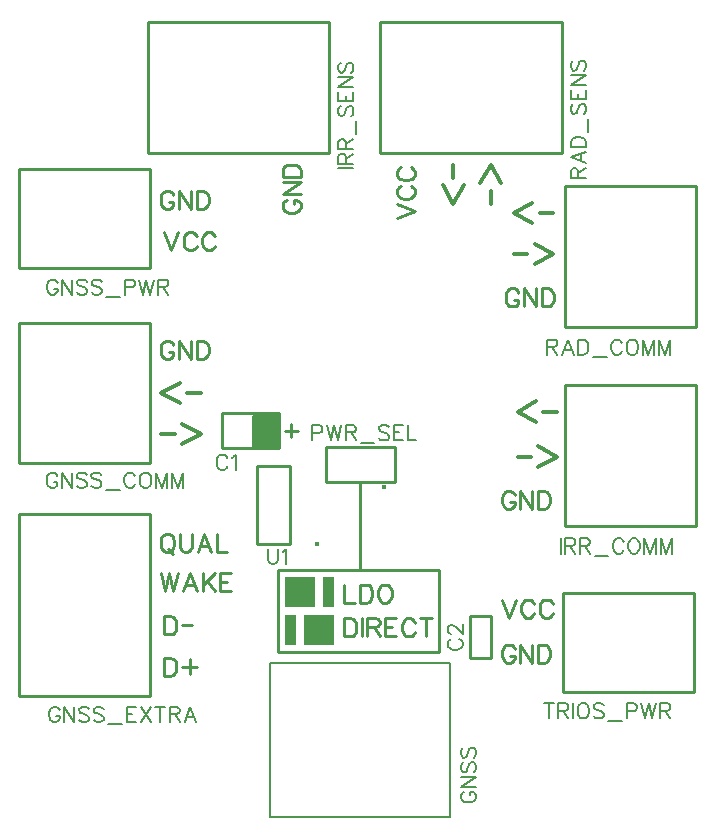
<source format=gto>
G04 DipTrace 3.3.1.1*
G04 Adapterboard.gto*
%MOIN*%
G04 #@! TF.FileFunction,Legend,Top*
G04 #@! TF.Part,Single*
%ADD10C,0.009843*%
%ADD21C,0.01*%
%ADD22C,0.008*%
%ADD27C,0.015431*%
%ADD33C,0.016095*%
%ADD64C,0.00772*%
%ADD65C,0.009264*%
%ADD66C,0.012351*%
%FSLAX26Y26*%
G04*
G70*
G90*
G75*
G01*
G04 TopSilk*
%LPD*%
X787378Y512402D2*
D22*
X1387357D1*
X787378Y591D2*
Y512402D1*
Y591D2*
X1387357D1*
Y512402D2*
Y591D1*
X-51575Y1828543D2*
D10*
X385419D1*
Y2159252D1*
X-51575D1*
Y1828543D1*
Y1178543D2*
X385419D1*
Y1647047D1*
X-51575D1*
Y1178543D1*
X2207635Y2102499D2*
X1770642D1*
Y1633995D1*
X2207635D1*
Y2102499D1*
X2201575Y746457D2*
X1764581D1*
Y415748D1*
X2201575D1*
Y746457D1*
D27*
X942694Y911671D3*
X853445Y910631D2*
D10*
Y1170461D1*
X743209Y910631D2*
Y1170461D1*
X853445D2*
X743209D1*
X853445Y910631D2*
X743209D1*
X-51575Y403543D2*
X385419D1*
Y1009843D1*
X-51575D1*
Y403543D1*
X1153543Y2651575D2*
X1759843D1*
Y2214581D1*
X1153543D1*
Y2651575D1*
X378543D2*
X984843D1*
Y2214581D1*
X378543D1*
Y2651575D1*
X858373Y1268009D2*
Y1309393D1*
X731668Y1336717D2*
Y1238281D1*
X879292Y1288379D2*
X837935D1*
X815420Y1229474D2*
X626033D1*
Y1346743D1*
X815420D1*
Y1229474D1*
G36*
X812685Y1230577D2*
X730629D1*
Y1345090D1*
X812685D1*
Y1230577D1*
G37*
X2207635Y1440068D2*
D10*
X1770642D1*
Y971564D1*
X2207635D1*
Y1440068D1*
X1452514Y531157D2*
X1522436D1*
Y668798D1*
X1452514D1*
Y531157D1*
X1202535Y1116623D2*
X974880D1*
Y1232671D1*
X1202535D1*
Y1116623D1*
D33*
X1168330Y1100163D3*
G36*
X837500Y800000D2*
X875000D1*
Y700000D1*
X837500D1*
Y800000D1*
G37*
G36*
X900000D2*
X937500D1*
Y700000D1*
X900000D1*
Y800000D1*
G37*
G36*
X962500D2*
X1000000D1*
Y700000D1*
X962500D1*
Y800000D1*
G37*
X1087500Y825000D2*
D21*
Y1112500D1*
G36*
X862500Y800000D2*
X912500D1*
Y700000D1*
X862500D1*
Y800000D1*
G37*
X812500Y825000D2*
D21*
X1350000D1*
Y550000D1*
X812500D1*
Y825000D1*
G36*
X837500Y675000D2*
X875000D1*
Y575000D1*
X837500D1*
Y675000D1*
G37*
G36*
X900000D2*
X937500D1*
Y575000D1*
X900000D1*
Y675000D1*
G37*
G36*
X962500D2*
X1000000D1*
Y575000D1*
X962500D1*
Y675000D1*
G37*
G36*
X925000D2*
X987500D1*
Y575000D1*
X925000D1*
Y675000D1*
G37*
X1434849Y84586D2*
D64*
X1430096Y82209D1*
X1425287Y77401D1*
X1422911Y72648D1*
Y63086D1*
X1425287Y58278D1*
X1430096Y53525D1*
X1434849Y51093D1*
X1442034Y48716D1*
X1454028D1*
X1461157Y51093D1*
X1465966Y53525D1*
X1470719Y58278D1*
X1473151Y63086D1*
Y72648D1*
X1470719Y77401D1*
X1465966Y82209D1*
X1461157Y84586D1*
X1454028D1*
Y72648D1*
X1422911Y133519D2*
X1473151D1*
X1422911Y100025D1*
X1473151D1*
X1430096Y182451D2*
X1425287Y177698D1*
X1422911Y170513D1*
Y160951D1*
X1425287Y153766D1*
X1430096Y148958D1*
X1434849D1*
X1439658Y151390D1*
X1442034Y153766D1*
X1444411Y158519D1*
X1449219Y172890D1*
X1451596Y177698D1*
X1454028Y180075D1*
X1458781Y182451D1*
X1465966D1*
X1470719Y177698D1*
X1473151Y170513D1*
Y160951D1*
X1470719Y153766D1*
X1465966Y148958D1*
X1430096Y231384D2*
X1425287Y226631D1*
X1422911Y219446D1*
Y209884D1*
X1425287Y202699D1*
X1430096Y197890D1*
X1434849D1*
X1439657Y200322D1*
X1442034Y202699D1*
X1444411Y207452D1*
X1449219Y221822D1*
X1451596Y226631D1*
X1454028Y229007D1*
X1458781Y231384D1*
X1465966D1*
X1470719Y226631D1*
X1473151Y219445D1*
Y209884D1*
X1470719Y202699D1*
X1465966Y197890D1*
X78799Y1779780D2*
X76422Y1784533D1*
X71614Y1789341D1*
X66861Y1791718D1*
X57299D1*
X52491Y1789341D1*
X47737Y1784533D1*
X45306Y1779780D1*
X42929Y1772595D1*
Y1760601D1*
X45306Y1753471D1*
X47737Y1748663D1*
X52491Y1743910D1*
X57299Y1741478D1*
X66861D1*
X71614Y1743910D1*
X76422Y1748663D1*
X78799Y1753471D1*
Y1760601D1*
X66861D1*
X127732Y1791718D2*
Y1741478D1*
X94238Y1791718D1*
Y1741478D1*
X176664Y1784533D2*
X171911Y1789341D1*
X164726Y1791718D1*
X155164D1*
X147979Y1789341D1*
X143171Y1784533D1*
Y1779780D1*
X145603Y1774971D1*
X147979Y1772595D1*
X152732Y1770218D1*
X167102Y1765410D1*
X171911Y1763033D1*
X174288Y1760601D1*
X176664Y1755848D1*
Y1748663D1*
X171911Y1743910D1*
X164726Y1741478D1*
X155164D1*
X147979Y1743910D1*
X143171Y1748663D1*
X225597Y1784533D2*
X220843Y1789341D1*
X213658Y1791718D1*
X204097D1*
X196912Y1789341D1*
X192103Y1784533D1*
Y1779780D1*
X194535Y1774971D1*
X196912Y1772595D1*
X201665Y1770218D1*
X216035Y1765410D1*
X220843Y1763033D1*
X223220Y1760601D1*
X225597Y1755848D1*
Y1748663D1*
X220843Y1743910D1*
X213658Y1741478D1*
X204097D1*
X196912Y1743910D1*
X192103Y1748663D1*
X241036Y1733187D2*
X286467D1*
X301907Y1765410D2*
X323462D1*
X330592Y1767786D1*
X333023Y1770218D1*
X335400Y1774971D1*
Y1782156D1*
X333023Y1786909D1*
X330592Y1789341D1*
X323462Y1791718D1*
X301907D1*
Y1741478D1*
X350839Y1791718D2*
X362833Y1741478D1*
X374771Y1791718D1*
X386709Y1741478D1*
X398703Y1791718D1*
X414142Y1767786D2*
X435642D1*
X442827Y1770218D1*
X445259Y1772595D1*
X447635Y1777348D1*
Y1782156D1*
X445259Y1786909D1*
X442827Y1789341D1*
X435642Y1791718D1*
X414142D1*
Y1741478D1*
X430889Y1767786D2*
X447635Y1741478D1*
X78200Y1136177D2*
X75823Y1140930D1*
X71015Y1145739D1*
X66261Y1148115D1*
X56700D1*
X51891Y1145739D1*
X47138Y1140930D1*
X44706Y1136177D1*
X42330Y1128992D1*
Y1116999D1*
X44706Y1109869D1*
X47138Y1105060D1*
X51891Y1100307D1*
X56700Y1097875D1*
X66261D1*
X71015Y1100307D1*
X75823Y1105060D1*
X78200Y1109869D1*
Y1116999D1*
X66261D1*
X127132Y1148115D2*
Y1097875D1*
X93639Y1148115D1*
Y1097875D1*
X176065Y1140930D2*
X171312Y1145739D1*
X164127Y1148115D1*
X154565D1*
X147380Y1145739D1*
X142571Y1140930D1*
Y1136177D1*
X145003Y1131369D1*
X147380Y1128992D1*
X152133Y1126616D1*
X166503Y1121807D1*
X171312Y1119431D1*
X173688Y1116999D1*
X176065Y1112246D1*
Y1105060D1*
X171312Y1100307D1*
X164127Y1097875D1*
X154565D1*
X147380Y1100307D1*
X142571Y1105060D1*
X224997Y1140930D2*
X220244Y1145739D1*
X213059Y1148115D1*
X203498D1*
X196312Y1145739D1*
X191504Y1140930D1*
Y1136177D1*
X193936Y1131369D1*
X196312Y1128992D1*
X201066Y1126616D1*
X215436Y1121807D1*
X220244Y1119431D1*
X222621Y1116999D1*
X224997Y1112246D1*
Y1105060D1*
X220244Y1100307D1*
X213059Y1097875D1*
X203498D1*
X196312Y1100307D1*
X191504Y1105060D1*
X240437Y1089585D2*
X285868D1*
X337177Y1136177D2*
X334801Y1140930D1*
X329992Y1145739D1*
X325239Y1148115D1*
X315677D1*
X310869Y1145739D1*
X306116Y1140930D1*
X303684Y1136177D1*
X301307Y1128992D1*
Y1116999D1*
X303684Y1109869D1*
X306116Y1105060D1*
X310869Y1100307D1*
X315677Y1097875D1*
X325239D1*
X329992Y1100307D1*
X334801Y1105060D1*
X337177Y1109869D1*
X366987Y1148115D2*
X362178Y1145739D1*
X357425Y1140930D1*
X354993Y1136177D1*
X352617Y1128992D1*
Y1116999D1*
X354993Y1109869D1*
X357425Y1105060D1*
X362178Y1100307D1*
X366987Y1097875D1*
X376548D1*
X381301Y1100307D1*
X386110Y1105060D1*
X388487Y1109869D1*
X390863Y1116999D1*
Y1128992D1*
X388487Y1136177D1*
X386110Y1140930D1*
X381301Y1145739D1*
X376548Y1148115D1*
X366987D1*
X444549Y1097875D2*
Y1148115D1*
X425426Y1097875D1*
X406302Y1148115D1*
Y1097875D1*
X498235D2*
Y1148115D1*
X479111Y1097875D1*
X459988Y1148115D1*
Y1097875D1*
X1711503Y1567135D2*
X1733002D1*
X1740188Y1569567D1*
X1742619Y1571944D1*
X1744996Y1576697D1*
Y1581505D1*
X1742619Y1586258D1*
X1740188Y1588690D1*
X1733002Y1591067D1*
X1711503D1*
Y1540827D1*
X1728249Y1567135D2*
X1744996Y1540827D1*
X1798737D2*
X1779558Y1591067D1*
X1760435Y1540827D1*
X1767620Y1557574D2*
X1791552D1*
X1814176Y1591067D2*
Y1540827D1*
X1830923D1*
X1838108Y1543259D1*
X1842916Y1548012D1*
X1845293Y1552820D1*
X1847670Y1559950D1*
Y1571944D1*
X1845293Y1579129D1*
X1842916Y1583882D1*
X1838108Y1588690D1*
X1830923Y1591067D1*
X1814176D1*
X1863109Y1532536D2*
X1908540D1*
X1959850Y1579129D2*
X1957473Y1583882D1*
X1952665Y1588690D1*
X1947911Y1591067D1*
X1938350D1*
X1933541Y1588690D1*
X1928788Y1583882D1*
X1926356Y1579129D1*
X1923980Y1571944D1*
Y1559950D1*
X1926356Y1552820D1*
X1928788Y1548012D1*
X1933541Y1543259D1*
X1938350Y1540827D1*
X1947911D1*
X1952665Y1543259D1*
X1957473Y1548012D1*
X1959850Y1552820D1*
X1989659Y1591067D2*
X1984850Y1588690D1*
X1980097Y1583882D1*
X1977665Y1579129D1*
X1975289Y1571944D1*
Y1559950D1*
X1977665Y1552820D1*
X1980097Y1548012D1*
X1984850Y1543259D1*
X1989659Y1540827D1*
X1999220D1*
X2003974Y1543259D1*
X2008782Y1548012D1*
X2011159Y1552820D1*
X2013535Y1559950D1*
Y1571944D1*
X2011159Y1579129D1*
X2008782Y1583882D1*
X2003974Y1588690D1*
X1999220Y1591067D1*
X1989659D1*
X2067221Y1540827D2*
Y1591067D1*
X2048098Y1540827D1*
X2028975Y1591067D1*
Y1540827D1*
X2120907D2*
Y1591067D1*
X2101784Y1540827D1*
X2082660Y1591067D1*
Y1540827D1*
X1715630Y378923D2*
Y328683D1*
X1698883Y378923D2*
X1732377D1*
X1747816Y354991D2*
X1769316D1*
X1776501Y357423D1*
X1778933Y359799D1*
X1781309Y364552D1*
Y369361D1*
X1778933Y374114D1*
X1776501Y376546D1*
X1769316Y378923D1*
X1747816D1*
Y328683D1*
X1764563Y354991D2*
X1781309Y328683D1*
X1796748Y378923D2*
Y328683D1*
X1826558Y378923D2*
X1821749Y376546D1*
X1816996Y371738D1*
X1814564Y366984D1*
X1812188Y359799D1*
Y347806D1*
X1814564Y340676D1*
X1816996Y335868D1*
X1821749Y331114D1*
X1826558Y328683D1*
X1836119D1*
X1840873Y331114D1*
X1845681Y335868D1*
X1848058Y340676D1*
X1850434Y347806D1*
Y359799D1*
X1848058Y366984D1*
X1845681Y371738D1*
X1840873Y376546D1*
X1836119Y378923D1*
X1826558D1*
X1899367Y371738D2*
X1894614Y376546D1*
X1887429Y378923D1*
X1877867D1*
X1870682Y376546D1*
X1865873Y371738D1*
Y366984D1*
X1868305Y362176D1*
X1870682Y359799D1*
X1875435Y357423D1*
X1889805Y352614D1*
X1894614Y350238D1*
X1896990Y347806D1*
X1899367Y343053D1*
Y335868D1*
X1894614Y331114D1*
X1887429Y328683D1*
X1877867D1*
X1870682Y331114D1*
X1865873Y335868D1*
X1914806Y320392D2*
X1960238D1*
X1975677Y352614D2*
X1997232D1*
X2004362Y354991D1*
X2006794Y357423D1*
X2009170Y362176D1*
Y369361D1*
X2006794Y374114D1*
X2004362Y376546D1*
X1997232Y378923D1*
X1975677D1*
Y328683D1*
X2024609Y378923D2*
X2036603Y328683D1*
X2048541Y378923D1*
X2060479Y328683D1*
X2072473Y378923D1*
X2087912Y354991D2*
X2109412D1*
X2116597Y357423D1*
X2119029Y359799D1*
X2121405Y364552D1*
Y369361D1*
X2119029Y374114D1*
X2116597Y376546D1*
X2109412Y378923D1*
X2087912D1*
Y328683D1*
X2104659Y354991D2*
X2121405Y328683D1*
X780364Y893684D2*
Y857814D1*
X782740Y850629D1*
X787549Y845876D1*
X794734Y843444D1*
X799487D1*
X806672Y845876D1*
X811480Y850629D1*
X813857Y857814D1*
Y893684D1*
X829296Y884067D2*
X834105Y886499D1*
X841290Y893629D1*
Y843444D1*
X85863Y355075D2*
X83486Y359828D1*
X78678Y364637D1*
X73925Y367013D1*
X64363D1*
X59555Y364637D1*
X54802Y359828D1*
X52370Y355075D1*
X49993Y347890D1*
Y335896D1*
X52370Y328767D1*
X54802Y323958D1*
X59555Y319205D1*
X64363Y316773D1*
X73925D1*
X78678Y319205D1*
X83486Y323958D1*
X85863Y328767D1*
Y335896D1*
X73925D1*
X134796Y367013D2*
Y316773D1*
X101302Y367013D1*
Y316773D1*
X183728Y359828D2*
X178975Y364637D1*
X171790Y367013D1*
X162228D1*
X155043Y364637D1*
X150235Y359828D1*
Y355075D1*
X152667Y350266D1*
X155043Y347890D1*
X159797Y345513D1*
X174167Y340705D1*
X178975Y338328D1*
X181352Y335896D1*
X183728Y331143D1*
Y323958D1*
X178975Y319205D1*
X171790Y316773D1*
X162228D1*
X155043Y319205D1*
X150235Y323958D1*
X232661Y359828D2*
X227908Y364637D1*
X220723Y367013D1*
X211161D1*
X203976Y364637D1*
X199167Y359828D1*
Y355075D1*
X201599Y350266D1*
X203976Y347890D1*
X208729Y345513D1*
X223099Y340705D1*
X227908Y338328D1*
X230284Y335896D1*
X232661Y331143D1*
Y323958D1*
X227908Y319205D1*
X220723Y316773D1*
X211161D1*
X203976Y319205D1*
X199167Y323958D1*
X248100Y308483D2*
X293532D1*
X340032Y367013D2*
X308971D1*
Y316773D1*
X340032D1*
X308971Y343081D2*
X328094D1*
X355472Y367013D2*
X388965Y316773D1*
Y367013D2*
X355472Y316773D1*
X421151Y367013D2*
Y316773D1*
X404404Y367013D2*
X437898D1*
X453337Y343081D2*
X474837D1*
X482022Y345513D1*
X484454Y347890D1*
X486830Y352643D1*
Y357451D1*
X484454Y362205D1*
X482022Y364637D1*
X474837Y367013D1*
X453337D1*
Y316773D1*
X470083Y343081D2*
X486830Y316773D1*
X540571D2*
X521393Y367013D1*
X502269Y316773D1*
X509454Y333520D2*
X533386D1*
X1813609Y2130610D2*
Y2152110D1*
X1811177Y2159295D1*
X1808801Y2161727D1*
X1804047Y2164104D1*
X1799239D1*
X1794486Y2161727D1*
X1792054Y2159295D1*
X1789677Y2152110D1*
Y2130610D1*
X1839917D1*
X1813609Y2147357D2*
X1839917Y2164103D1*
Y2217844D2*
X1789677Y2198666D1*
X1839917Y2179543D1*
X1823171Y2186728D2*
Y2210659D1*
X1789677Y2233284D2*
X1839917D1*
Y2250030D1*
X1837485Y2257215D1*
X1832732Y2262024D1*
X1827924Y2264400D1*
X1820794Y2266777D1*
X1808800D1*
X1801615Y2264400D1*
X1796862Y2262024D1*
X1792054Y2257215D1*
X1789677Y2250030D1*
Y2233284D1*
X1848208Y2282216D2*
Y2327648D1*
X1796862Y2376580D2*
X1792054Y2371827D1*
X1789677Y2364642D1*
Y2355081D1*
X1792054Y2347896D1*
X1796862Y2343087D1*
X1801615D1*
X1806424Y2345519D1*
X1808800Y2347896D1*
X1811177Y2352649D1*
X1815986Y2367019D1*
X1818362Y2371827D1*
X1820794Y2374204D1*
X1825547Y2376580D1*
X1832732D1*
X1837485Y2371827D1*
X1839917Y2364642D1*
Y2355081D1*
X1837485Y2347896D1*
X1832732Y2343087D1*
X1789677Y2423081D2*
Y2392020D1*
X1839917D1*
Y2423081D1*
X1813609Y2392020D2*
Y2411143D1*
X1789677Y2472014D2*
X1839917D1*
X1789677Y2438520D1*
X1839917D1*
X1796862Y2520946D2*
X1792054Y2516193D1*
X1789677Y2509008D1*
Y2499446D1*
X1792054Y2492261D1*
X1796862Y2487453D1*
X1801615D1*
X1806424Y2489885D1*
X1808800Y2492261D1*
X1811177Y2497015D1*
X1815985Y2511385D1*
X1818362Y2516193D1*
X1820794Y2518570D1*
X1825547Y2520946D1*
X1832732D1*
X1837485Y2516193D1*
X1839917Y2509008D1*
Y2499446D1*
X1837485Y2492261D1*
X1832732Y2487453D1*
X1014677Y2162261D2*
X1064917D1*
X1038609Y2177700D2*
Y2199200D1*
X1036177Y2206385D1*
X1033801Y2208817D1*
X1029047Y2211194D1*
X1024239D1*
X1019486Y2208817D1*
X1017054Y2206385D1*
X1014677Y2199200D1*
Y2177700D1*
X1064917D1*
X1038609Y2194447D2*
X1064917Y2211194D1*
X1038609Y2226633D2*
Y2248133D1*
X1036177Y2255318D1*
X1033800Y2257750D1*
X1029047Y2260126D1*
X1024239D1*
X1019486Y2257750D1*
X1017054Y2255318D1*
X1014677Y2248133D1*
Y2226633D1*
X1064917D1*
X1038609Y2243380D2*
X1064917Y2260126D1*
X1073208Y2275565D2*
Y2320997D1*
X1021862Y2369930D2*
X1017054Y2365176D1*
X1014677Y2357991D1*
Y2348430D1*
X1017054Y2341245D1*
X1021862Y2336436D1*
X1026615D1*
X1031424Y2338868D1*
X1033800Y2341245D1*
X1036177Y2345998D1*
X1040986Y2360368D1*
X1043362Y2365176D1*
X1045794Y2367553D1*
X1050547Y2369930D1*
X1057732D1*
X1062485Y2365176D1*
X1064917Y2357991D1*
Y2348430D1*
X1062485Y2341245D1*
X1057732Y2336436D1*
X1014677Y2416430D2*
Y2385369D1*
X1064917D1*
Y2416430D1*
X1038609Y2385369D2*
Y2404492D1*
X1014677Y2465363D2*
X1064917D1*
X1014677Y2431870D1*
X1064917D1*
X1021862Y2514295D2*
X1017054Y2509542D1*
X1014677Y2502357D1*
Y2492796D1*
X1017054Y2485611D1*
X1021862Y2480802D1*
X1026615D1*
X1031424Y2483234D1*
X1033800Y2485611D1*
X1036177Y2490364D1*
X1040986Y2504734D1*
X1043362Y2509542D1*
X1045794Y2511919D1*
X1050547Y2514295D1*
X1057732D1*
X1062485Y2509542D1*
X1064917Y2502357D1*
Y2492796D1*
X1062485Y2485611D1*
X1057732Y2480802D1*
X644381Y1195528D2*
X642005Y1200281D1*
X637196Y1205090D1*
X632443Y1207467D1*
X622881D1*
X618073Y1205090D1*
X613320Y1200281D1*
X610888Y1195528D1*
X608511Y1188343D1*
Y1176350D1*
X610888Y1169220D1*
X613320Y1164412D1*
X618073Y1159658D1*
X622881Y1157227D1*
X632443D1*
X637196Y1159658D1*
X642005Y1164412D1*
X644381Y1169220D1*
X659821Y1197850D2*
X664629Y1200281D1*
X671814Y1207411D1*
Y1157227D1*
X1755654Y928636D2*
Y878396D1*
X1771093Y904705D2*
X1792593D1*
X1799778Y907137D1*
X1802210Y909513D1*
X1804586Y914266D1*
Y919075D1*
X1802210Y923828D1*
X1799778Y926260D1*
X1792593Y928636D1*
X1771093D1*
Y878396D1*
X1787839Y904705D2*
X1804586Y878396D1*
X1820025Y904705D2*
X1841525D1*
X1848710Y907137D1*
X1851142Y909513D1*
X1853519Y914266D1*
Y919075D1*
X1851142Y923828D1*
X1848710Y926260D1*
X1841525Y928636D1*
X1820025D1*
Y878396D1*
X1836772Y904705D2*
X1853519Y878396D1*
X1868958Y870106D2*
X1914389D1*
X1965699Y916698D2*
X1963322Y921451D1*
X1958514Y926260D1*
X1953760Y928636D1*
X1944199D1*
X1939390Y926260D1*
X1934637Y921451D1*
X1932205Y916698D1*
X1929829Y909513D1*
Y897520D1*
X1932205Y890390D1*
X1934637Y885581D1*
X1939390Y880828D1*
X1944199Y878396D1*
X1953760D1*
X1958514Y880828D1*
X1963322Y885581D1*
X1965699Y890390D1*
X1995508Y928636D2*
X1990700Y926260D1*
X1985946Y921451D1*
X1983514Y916698D1*
X1981138Y909513D1*
Y897520D1*
X1983514Y890390D1*
X1985946Y885581D1*
X1990700Y880828D1*
X1995508Y878396D1*
X2005070D1*
X2009823Y880828D1*
X2014631Y885581D1*
X2017008Y890390D1*
X2019384Y897520D1*
Y909513D1*
X2017008Y916698D1*
X2014631Y921451D1*
X2009823Y926260D1*
X2005070Y928636D1*
X1995508D1*
X2073070Y878396D2*
Y928636D1*
X2053947Y878396D1*
X2034824Y928636D1*
Y878396D1*
X2126756D2*
Y928636D1*
X2107633Y878396D1*
X2088509Y928636D1*
Y878396D1*
X1391230Y593446D2*
X1386476Y591070D1*
X1381668Y586261D1*
X1379291Y581508D1*
Y571947D1*
X1381668Y567138D1*
X1386476Y562385D1*
X1391230Y559953D1*
X1398415Y557577D1*
X1410408D1*
X1417538Y559953D1*
X1422346Y562385D1*
X1427100Y567138D1*
X1429531Y571947D1*
Y581508D1*
X1427100Y586261D1*
X1422346Y591070D1*
X1417538Y593446D1*
X1391285Y611318D2*
X1388908D1*
X1384100Y613694D1*
X1381723Y616071D1*
X1379347Y620879D1*
Y630441D1*
X1381723Y635194D1*
X1384100Y637571D1*
X1388908Y640002D1*
X1393661D1*
X1398470Y637571D1*
X1405600Y632817D1*
X1429531Y608886D1*
Y642379D1*
X928129Y1279585D2*
X949684D1*
X956814Y1281962D1*
X959246Y1284394D1*
X961622Y1289147D1*
Y1296332D1*
X959246Y1301085D1*
X956814Y1303517D1*
X949684Y1305894D1*
X928129D1*
Y1255654D1*
X977062Y1305894D2*
X989055Y1255654D1*
X1000993Y1305894D1*
X1012931Y1255654D1*
X1024925Y1305894D1*
X1040364Y1281962D2*
X1061864D1*
X1069049Y1284394D1*
X1071481Y1286770D1*
X1073858Y1291524D1*
Y1296332D1*
X1071481Y1301085D1*
X1069049Y1303517D1*
X1061864Y1305894D1*
X1040364D1*
Y1255654D1*
X1057111Y1281962D2*
X1073858Y1255654D1*
X1089297Y1247363D2*
X1134728D1*
X1183661Y1298709D2*
X1178908Y1303517D1*
X1171723Y1305894D1*
X1162161D1*
X1154976Y1303517D1*
X1150168Y1298709D1*
Y1293955D1*
X1152599Y1289147D1*
X1154976Y1286770D1*
X1159729Y1284394D1*
X1174099Y1279585D1*
X1178908Y1277209D1*
X1181284Y1274777D1*
X1183661Y1270024D1*
Y1262839D1*
X1178908Y1258086D1*
X1171723Y1255654D1*
X1162161D1*
X1154976Y1258086D1*
X1150168Y1262839D1*
X1230162Y1305894D2*
X1199100D1*
Y1255654D1*
X1230162D1*
X1199100Y1281962D2*
X1218223D1*
X1245601Y1305894D2*
Y1255654D1*
X1274286D1*
X464957Y2073043D2*
D65*
X462105Y2078747D1*
X456334Y2084517D1*
X450631Y2087369D1*
X439157D1*
X433387Y2084517D1*
X427683Y2078747D1*
X424765Y2073043D1*
X421913Y2064421D1*
Y2050029D1*
X424765Y2041473D1*
X427683Y2035703D1*
X433387Y2029999D1*
X439157Y2027081D1*
X450631D1*
X456334Y2029999D1*
X462105Y2035703D1*
X464957Y2041473D1*
Y2050029D1*
X450631D1*
X523676Y2087369D2*
Y2027081D1*
X483484Y2087369D1*
Y2027081D1*
X542203Y2087369D2*
Y2027081D1*
X562299D1*
X570921Y2029999D1*
X576691Y2035703D1*
X579543Y2041473D1*
X582395Y2050029D1*
Y2064421D1*
X579543Y2073043D1*
X576691Y2078747D1*
X570921Y2084517D1*
X562299Y2087369D1*
X542203D1*
X1614957Y1748043D2*
X1612105Y1753747D1*
X1606334Y1759517D1*
X1600631Y1762369D1*
X1589157D1*
X1583387Y1759517D1*
X1577683Y1753747D1*
X1574765Y1748043D1*
X1571913Y1739421D1*
Y1725029D1*
X1574765Y1716473D1*
X1577683Y1710703D1*
X1583387Y1704999D1*
X1589157Y1702081D1*
X1600631D1*
X1606334Y1704999D1*
X1612105Y1710703D1*
X1614957Y1716473D1*
Y1725029D1*
X1600631D1*
X1673676Y1762369D2*
Y1702081D1*
X1633484Y1762369D1*
Y1702081D1*
X1692203Y1762369D2*
Y1702081D1*
X1712299D1*
X1720921Y1704999D1*
X1726691Y1710703D1*
X1729543Y1716473D1*
X1732395Y1725029D1*
Y1739421D1*
X1729543Y1748043D1*
X1726691Y1753747D1*
X1720921Y1759517D1*
X1712299Y1762369D1*
X1692203D1*
X1602457Y1073043D2*
X1599605Y1078747D1*
X1593834Y1084517D1*
X1588131Y1087369D1*
X1576657D1*
X1570887Y1084517D1*
X1565183Y1078747D1*
X1562265Y1073043D1*
X1559413Y1064421D1*
Y1050029D1*
X1562265Y1041473D1*
X1565183Y1035703D1*
X1570887Y1029999D1*
X1576657Y1027081D1*
X1588131D1*
X1593834Y1029999D1*
X1599605Y1035703D1*
X1602457Y1041473D1*
Y1050029D1*
X1588131D1*
X1661176Y1087369D2*
Y1027081D1*
X1620984Y1087369D1*
Y1027081D1*
X1679703Y1087369D2*
Y1027081D1*
X1699799D1*
X1708421Y1029999D1*
X1714191Y1035703D1*
X1717043Y1041473D1*
X1719895Y1050029D1*
Y1064421D1*
X1717043Y1073043D1*
X1714191Y1078747D1*
X1708421Y1084517D1*
X1699799Y1087369D1*
X1679703D1*
X1602457Y560543D2*
X1599605Y566247D1*
X1593834Y572017D1*
X1588131Y574869D1*
X1576657D1*
X1570887Y572017D1*
X1565183Y566247D1*
X1562265Y560543D1*
X1559413Y551921D1*
Y537529D1*
X1562265Y528973D1*
X1565183Y523203D1*
X1570887Y517499D1*
X1576657Y514581D1*
X1588131D1*
X1593834Y517499D1*
X1599605Y523203D1*
X1602457Y528973D1*
Y537529D1*
X1588131D1*
X1661176Y574869D2*
Y514581D1*
X1620984Y574869D1*
Y514581D1*
X1679703Y574869D2*
Y514581D1*
X1699799D1*
X1708421Y517499D1*
X1714191Y523203D1*
X1717043Y528973D1*
X1719895Y537529D1*
Y551921D1*
X1717043Y560543D1*
X1714191Y566247D1*
X1708421Y572017D1*
X1699799Y574869D1*
X1679703D1*
X1559413Y724869D2*
X1582361Y664581D1*
X1605308Y724869D1*
X1666879Y710543D2*
X1664028Y716247D1*
X1658257Y722017D1*
X1652554Y724869D1*
X1641080D1*
X1635309Y722017D1*
X1629606Y716247D1*
X1626687Y710543D1*
X1623836Y701921D1*
Y687529D1*
X1626687Y678973D1*
X1629606Y673203D1*
X1635309Y667499D1*
X1641080Y664581D1*
X1652554D1*
X1658257Y667499D1*
X1664028Y673203D1*
X1666879Y678973D1*
X1728450Y710543D2*
X1725599Y716247D1*
X1719828Y722017D1*
X1714125Y724869D1*
X1702651D1*
X1696880Y722017D1*
X1691177Y716247D1*
X1688258Y710543D1*
X1685407Y701921D1*
Y687529D1*
X1688258Y678973D1*
X1691177Y673203D1*
X1696880Y667499D1*
X1702651Y664581D1*
X1714125D1*
X1719828Y667499D1*
X1725599Y673203D1*
X1728450Y678973D1*
X434413Y1949869D2*
X457361Y1889581D1*
X480308Y1949869D1*
X541879Y1935543D2*
X539028Y1941247D1*
X533257Y1947017D1*
X527554Y1949869D1*
X516080D1*
X510309Y1947017D1*
X504606Y1941247D1*
X501687Y1935543D1*
X498836Y1926921D1*
Y1912529D1*
X501687Y1903973D1*
X504606Y1898203D1*
X510309Y1892499D1*
X516080Y1889581D1*
X527554D1*
X533257Y1892499D1*
X539028Y1898203D1*
X541879Y1903973D1*
X603450Y1935543D2*
X600599Y1941247D1*
X594828Y1947017D1*
X589125Y1949869D1*
X577651D1*
X571880Y1947017D1*
X566177Y1941247D1*
X563258Y1935543D1*
X560407Y1926921D1*
Y1912529D1*
X563258Y1903973D1*
X566177Y1898203D1*
X571880Y1892499D1*
X577651Y1889581D1*
X589125D1*
X594828Y1892499D1*
X600599Y1898203D1*
X603450Y1903973D1*
X434448Y531236D2*
Y470948D1*
X454544D1*
X463166Y473866D1*
X468936Y479570D1*
X471788Y485340D1*
X474640Y493896D1*
Y508288D1*
X471788Y516910D1*
X468936Y522614D1*
X463166Y528384D1*
X454544Y531236D1*
X434448D1*
X518967Y526892D2*
Y475226D1*
X493167Y501026D2*
X544833D1*
X464957Y1573043D2*
X462105Y1578747D1*
X456334Y1584517D1*
X450631Y1587369D1*
X439157D1*
X433387Y1584517D1*
X427683Y1578747D1*
X424765Y1573043D1*
X421913Y1564421D1*
Y1550029D1*
X424765Y1541473D1*
X427683Y1535703D1*
X433387Y1529999D1*
X439157Y1527081D1*
X450631D1*
X456334Y1529999D1*
X462105Y1535703D1*
X464957Y1541473D1*
Y1550029D1*
X450631D1*
X523676Y1587369D2*
Y1527081D1*
X483484Y1587369D1*
Y1527081D1*
X542203Y1587369D2*
Y1527081D1*
X562299D1*
X570921Y1529999D1*
X576691Y1535703D1*
X579543Y1541473D1*
X582395Y1550029D1*
Y1564421D1*
X579543Y1573043D1*
X576691Y1578747D1*
X570921Y1584517D1*
X562299Y1587369D1*
X542203D1*
X842976Y2057587D2*
X837272Y2054735D1*
X831502Y2048965D1*
X828650Y2043261D1*
Y2031787D1*
X831502Y2026017D1*
X837272Y2020313D1*
X842976Y2017395D1*
X851598Y2014543D1*
X865990D1*
X874545Y2017395D1*
X880316Y2020313D1*
X886019Y2026017D1*
X888938Y2031787D1*
Y2043261D1*
X886019Y2048964D1*
X880316Y2054735D1*
X874546Y2057587D1*
X865990D1*
Y2043261D1*
X828650Y2116306D2*
X888938D1*
X828650Y2076114D1*
X888938D1*
X828650Y2134833D2*
X888938D1*
Y2154929D1*
X886019Y2163551D1*
X880316Y2169321D1*
X874545Y2172173D1*
X865990Y2175025D1*
X851598D1*
X842976Y2172173D1*
X837272Y2169321D1*
X831502Y2163551D1*
X828650Y2154929D1*
Y2134833D1*
X1209353Y1996338D2*
X1269641Y2019286D1*
X1209353Y2042234D1*
X1223679Y2103805D2*
X1217975Y2100953D1*
X1212205Y2095183D1*
X1209353Y2089479D1*
Y2078005D1*
X1212205Y2072235D1*
X1217975Y2066531D1*
X1223679Y2063613D1*
X1232301Y2060761D1*
X1246693D1*
X1255249Y2063613D1*
X1261019Y2066531D1*
X1266723Y2072235D1*
X1269641Y2078005D1*
Y2089479D1*
X1266723Y2095183D1*
X1261019Y2100953D1*
X1255249Y2103805D1*
X1223679Y2165376D2*
X1217975Y2162524D1*
X1212205Y2156754D1*
X1209353Y2151050D1*
Y2139576D1*
X1212205Y2133806D1*
X1217975Y2128102D1*
X1223679Y2125184D1*
X1232301Y2122332D1*
X1246693D1*
X1255249Y2125184D1*
X1261019Y2128102D1*
X1266723Y2133806D1*
X1269641Y2139576D1*
Y2151050D1*
X1266723Y2156754D1*
X1261019Y2162524D1*
X1255249Y2165376D1*
X434448Y668736D2*
Y608448D1*
X454544D1*
X463166Y611366D1*
X468936Y617070D1*
X471788Y622840D1*
X474640Y631396D1*
Y645788D1*
X471788Y654410D1*
X468936Y660114D1*
X463166Y665884D1*
X454544Y668736D1*
X434448D1*
X493167Y638559D2*
X526329D1*
X421913Y812369D2*
X436305Y752081D1*
X450631Y812369D1*
X464957Y752081D1*
X479349Y812369D1*
X543838Y752081D2*
X520824Y812369D1*
X497876Y752081D1*
X506498Y772177D2*
X535216D1*
X562365Y812369D2*
Y752081D1*
X602557Y812369D2*
X562365Y772177D1*
X576691Y786569D2*
X602557Y752081D1*
X658358Y812369D2*
X621084D1*
Y752081D1*
X658358D1*
X621084Y783651D2*
X644032D1*
X439192Y943736D2*
X433488Y940951D1*
X427718Y935180D1*
X424866Y929410D1*
X421948Y920788D1*
Y906462D1*
X424866Y897840D1*
X427718Y892137D1*
X433488Y886366D1*
X439192Y883515D1*
X450666D1*
X456436Y886366D1*
X462140Y892137D1*
X464992Y897840D1*
X467910Y906462D1*
Y920788D1*
X464992Y929410D1*
X462140Y935180D1*
X456436Y940951D1*
X450666Y943736D1*
X439192D1*
X447814Y894988D2*
X464992Y877744D1*
X486437Y943736D2*
Y900692D1*
X489289Y892070D1*
X495059Y886366D1*
X503681Y883448D1*
X509385D1*
X518007Y886366D1*
X523777Y892070D1*
X526629Y900692D1*
Y943736D1*
X591119Y883448D2*
X568104Y943736D1*
X545156Y883448D1*
X553778Y903544D2*
X582496D1*
X609646Y943736D2*
Y883448D1*
X644067D1*
X486194Y1448250D2*
D66*
X425000Y1413762D1*
X486194Y1379362D1*
X510897Y1413806D2*
X555113D1*
X425000Y1276306D2*
X469215D1*
X493918Y1310750D2*
X555113Y1276262D1*
X493918Y1241862D1*
X1673694Y1385750D2*
X1612500Y1351262D1*
X1673694Y1316862D1*
X1698397Y1351306D2*
X1742613D1*
X1612500Y1201306D2*
X1656715D1*
X1681418Y1235750D2*
X1742613Y1201262D1*
X1681418Y1166862D1*
X1661194Y2048250D2*
X1600000Y2013762D1*
X1661194Y1979362D1*
X1685897Y2013806D2*
X1730113D1*
X1600000Y1876306D2*
X1644215D1*
X1668918Y1910750D2*
X1730113Y1876262D1*
X1668918Y1841862D1*
X1363337Y2105168D2*
X1397825Y2043974D1*
X1432225Y2105168D1*
X1397781Y2129871D2*
Y2174086D1*
X1522781Y2043974D2*
Y2088189D1*
X1488337Y2112892D2*
X1522825Y2174086D1*
X1557225Y2112892D1*
X1034413Y774869D2*
D65*
Y714581D1*
X1068834D1*
X1087362Y774869D2*
Y714581D1*
X1107458D1*
X1116080Y717499D1*
X1121850Y723203D1*
X1124702Y728973D1*
X1127554Y737529D1*
Y751921D1*
X1124702Y760543D1*
X1121850Y766247D1*
X1116080Y772017D1*
X1107458Y774869D1*
X1087362D1*
X1163325D2*
X1157555Y772017D1*
X1151851Y766247D1*
X1148933Y760543D1*
X1146081Y751921D1*
Y737529D1*
X1148933Y728973D1*
X1151851Y723203D1*
X1157555Y717499D1*
X1163325Y714581D1*
X1174799D1*
X1180503Y717499D1*
X1186273Y723203D1*
X1189125Y728973D1*
X1191976Y737529D1*
Y751921D1*
X1189125Y760543D1*
X1186273Y766247D1*
X1180503Y772017D1*
X1174799Y774869D1*
X1163325D1*
X1034413Y662369D2*
Y602081D1*
X1054509D1*
X1063131Y604999D1*
X1068901Y610703D1*
X1071753Y616473D1*
X1074605Y625029D1*
Y639421D1*
X1071753Y648043D1*
X1068901Y653747D1*
X1063131Y659517D1*
X1054509Y662369D1*
X1034413D1*
X1093132D2*
Y602081D1*
X1111659Y633651D2*
X1137459D1*
X1146081Y636569D1*
X1148999Y639421D1*
X1151851Y645125D1*
Y650895D1*
X1148999Y656599D1*
X1146081Y659517D1*
X1137459Y662369D1*
X1111659D1*
Y602081D1*
X1131755Y633651D2*
X1151851Y602081D1*
X1207652Y662369D2*
X1170378D1*
Y602081D1*
X1207652D1*
X1170378Y633651D2*
X1193326D1*
X1269223Y648043D2*
X1266371Y653747D1*
X1260601Y659517D1*
X1254897Y662369D1*
X1243423D1*
X1237653Y659517D1*
X1231949Y653747D1*
X1229031Y648043D1*
X1226179Y639421D1*
Y625029D1*
X1229031Y616473D1*
X1231949Y610703D1*
X1237653Y604999D1*
X1243423Y602081D1*
X1254897D1*
X1260601Y604999D1*
X1266371Y610703D1*
X1269223Y616473D1*
X1307846Y662369D2*
Y602081D1*
X1287750Y662369D2*
X1327942D1*
M02*

</source>
